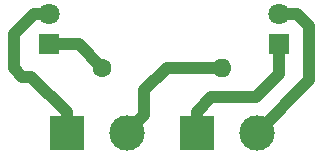
<source format=gbl>
G04 #@! TF.GenerationSoftware,KiCad,Pcbnew,5.0.2+dfsg1-1+deb10u1*
G04 #@! TF.CreationDate,2023-11-21T23:16:01+01:00*
G04 #@! TF.ProjectId,Carte _lectronique pilotage variateur,43617274-6520-4e96-9c65-6374726f6e69,rev?*
G04 #@! TF.SameCoordinates,Original*
G04 #@! TF.FileFunction,Copper,L2,Bot*
G04 #@! TF.FilePolarity,Positive*
%FSLAX46Y46*%
G04 Gerber Fmt 4.6, Leading zero omitted, Abs format (unit mm)*
G04 Created by KiCad (PCBNEW 5.0.2+dfsg1-1+deb10u1) date mar. 21 nov. 2023 23:16:01 CET*
%MOMM*%
%LPD*%
G01*
G04 APERTURE LIST*
G04 #@! TA.AperFunction,ComponentPad*
%ADD10R,1.800000X1.800000*%
G04 #@! TD*
G04 #@! TA.AperFunction,ComponentPad*
%ADD11C,1.800000*%
G04 #@! TD*
G04 #@! TA.AperFunction,ComponentPad*
%ADD12C,3.000000*%
G04 #@! TD*
G04 #@! TA.AperFunction,ComponentPad*
%ADD13R,3.000000X3.000000*%
G04 #@! TD*
G04 #@! TA.AperFunction,ComponentPad*
%ADD14C,1.600000*%
G04 #@! TD*
G04 #@! TA.AperFunction,ComponentPad*
%ADD15O,1.600000X1.600000*%
G04 #@! TD*
G04 #@! TA.AperFunction,Conductor*
%ADD16C,1.000000*%
G04 #@! TD*
G04 APERTURE END LIST*
D10*
G04 #@! TO.P,Rx,1*
G04 #@! TO.N,N/C*
X181500000Y-91500000D03*
D11*
G04 #@! TO.P,Rx,2*
X181500000Y-88960000D03*
G04 #@! TD*
D12*
G04 #@! TO.P,,2*
G04 #@! TO.N,N/C*
X168580000Y-99000000D03*
D13*
G04 #@! TO.P,,1*
X163500000Y-99000000D03*
G04 #@! TD*
G04 #@! TO.P,,1*
G04 #@! TO.N,N/C*
X174500000Y-99000000D03*
D12*
G04 #@! TO.P,,2*
X179580000Y-99000000D03*
G04 #@! TD*
D14*
G04 #@! TO.P,33k,1*
G04 #@! TO.N,N/C*
X166500000Y-93500000D03*
D15*
G04 #@! TO.P,33k,2*
X176660000Y-93500000D03*
G04 #@! TD*
D11*
G04 #@! TO.P,Tx,2*
G04 #@! TO.N,N/C*
X162000000Y-88960000D03*
D10*
G04 #@! TO.P,Tx,1*
X162000000Y-91500000D03*
G04 #@! TD*
D16*
G04 #@! TO.N,*
X170079999Y-97500001D02*
X170079999Y-95420001D01*
X168580000Y-99000000D02*
X170079999Y-97500001D01*
X172000000Y-93500000D02*
X176660000Y-93500000D01*
X170079999Y-95420001D02*
X172000000Y-93500000D01*
X164500000Y-91500000D02*
X162000000Y-91500000D01*
X166500000Y-93500000D02*
X164500000Y-91500000D01*
X160727208Y-88960000D02*
X159000000Y-90687208D01*
X162000000Y-88960000D02*
X160727208Y-88960000D01*
X163500000Y-97250000D02*
X163500000Y-99000000D01*
X159750000Y-94250000D02*
X159000000Y-93500000D01*
X159000000Y-90687208D02*
X159000000Y-93500000D01*
X160500000Y-94250000D02*
X159750000Y-94250000D01*
X160500000Y-94250000D02*
X163500000Y-97250000D01*
X174500000Y-97250000D02*
X175750000Y-96000000D01*
X174500000Y-99000000D02*
X174500000Y-97250000D01*
X175750000Y-96000000D02*
X179500000Y-96000000D01*
X181500000Y-94000000D02*
X181500000Y-91500000D01*
X179500000Y-96000000D02*
X181500000Y-94000000D01*
X182960000Y-88960000D02*
X181500000Y-88960000D01*
X184000000Y-90000000D02*
X182960000Y-88960000D01*
X184000000Y-94580000D02*
X184000000Y-90000000D01*
X179580000Y-99000000D02*
X184000000Y-94580000D01*
G04 #@! TD*
M02*

</source>
